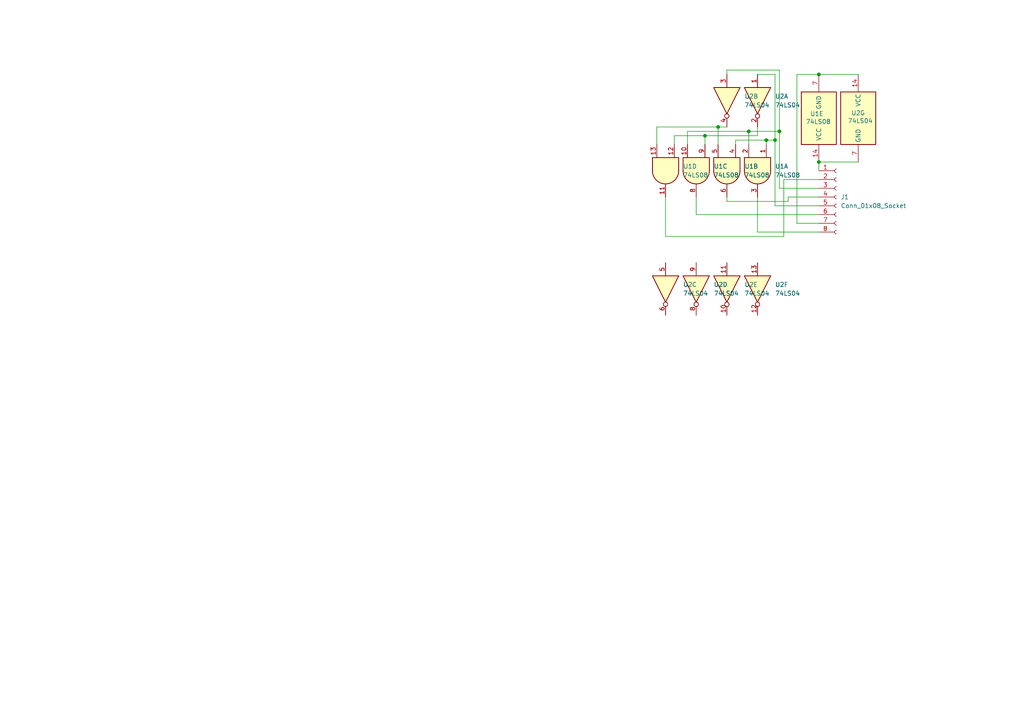
<source format=kicad_sch>
(kicad_sch (version 20250114) (generator "eeschema") (generator_version "9.0")
  (paper "A4")
  (lib_symbols
    (symbol "74xx:74LS04"
      (property "Reference" "U" (at 0 1.27 0))
      (property "Value" "74LS04" (at 0 -1.27 0))
      (symbol "74LS04_1_0"
        (polyline (pts (xy -3.81 3.81) (xy -3.81 -3.81) (xy 3.81 0) (xy -3.81 3.81)) (stroke (width 0.254)) (fill (type background)))
        (pin input line (at -7.62 0 0) (length 3.81) (name "~") (number "1"))
        (pin output inverted (at 7.62 0 180) (length 3.81) (name "~") (number "2"))
      )
      (symbol "74LS04_2_0"
        (polyline (pts (xy -3.81 3.81) (xy -3.81 -3.81) (xy 3.81 0) (xy -3.81 3.81)) (stroke (width 0.254)) (fill (type background)))
        (pin input line (at -7.62 0 0) (length 3.81) (name "~") (number "3"))
        (pin output inverted (at 7.62 0 180) (length 3.81) (name "~") (number "4"))
      )
      (symbol "74LS04_3_0"
        (polyline (pts (xy -3.81 3.81) (xy -3.81 -3.81) (xy 3.81 0) (xy -3.81 3.81)) (stroke (width 0.254)) (fill (type background)))
        (pin input line (at -7.62 0 0) (length 3.81) (name "~") (number "5"))
        (pin output inverted (at 7.62 0 180) (length 3.81) (name "~") (number "6"))
      )
      (symbol "74LS04_4_0"
        (polyline (pts (xy -3.81 3.81) (xy -3.81 -3.81) (xy 3.81 0) (xy -3.81 3.81)) (stroke (width 0.254)) (fill (type background)))
        (pin input line (at -7.62 0 0) (length 3.81) (name "~") (number "9"))
        (pin output inverted (at 7.62 0 180) (length 3.81) (name "~") (number "8"))
      )
      (symbol "74LS04_5_0"
        (polyline (pts (xy -3.81 3.81) (xy -3.81 -3.81) (xy 3.81 0) (xy -3.81 3.81)) (stroke (width 0.254)) (fill (type background)))
        (pin input line (at -7.62 0 0) (length 3.81) (name "~") (number "11"))
        (pin output inverted (at 7.62 0 180) (length 3.81) (name "~") (number "10"))
      )
      (symbol "74LS04_6_0"
        (polyline (pts (xy -3.81 3.81) (xy -3.81 -3.81) (xy 3.81 0) (xy -3.81 3.81)) (stroke (width 0.254)) (fill (type background)))
        (pin input line (at -7.62 0 0) (length 3.81) (name "~") (number "13"))
        (pin output inverted (at 7.62 0 180) (length 3.81) (name "~") (number "12"))
      )
      (symbol "74LS04_7_0"
        (pin power_in line (at 0 12.7 270) (length 5.08) (name "VCC") (number "14"))
        (pin power_in line (at 0 -12.7 90) (length 5.08) (name "GND") (number "7"))
      )
      (symbol "74LS04_7_1"
        (rectangle (start -5.08 7.62) (end 5.08 -7.62) (stroke (width 0.254)) (fill (type background)))
      )
    )
    (symbol "74xx:74LS08" (pin_names (offset 1.016))
      (property "Reference" "U" (at 0 1.27 0))
      (property "Value" "74LS08" (at 0 -1.27 0))
      (symbol "74LS08_1_1"
        (arc (start 0 3.81) (mid 3.7934 0) (end 0 -3.81) (stroke (width 0.254)) (fill (type background)))
        (polyline (pts (xy 0 3.81) (xy -3.81 3.81) (xy -3.81 -3.81) (xy 0 -3.81)) (stroke (width 0.254)) (fill (type background)))
        (pin input line (at -7.62 2.54 0) (length 3.81) (name "~") (number "1"))
        (pin input line (at -7.62 -2.54 0) (length 3.81) (name "~") (number "2"))
        (pin output line (at 7.62 0 180) (length 3.81) (name "~") (number "3"))
      )
      (symbol "74LS08_1_2"
        (arc (start -3.81 3.81) (mid -2.589 0) (end -3.81 -3.81) (stroke (width 0.254)))
        (polyline (pts (xy -3.81 3.81) (xy -0.635 3.81)) (stroke (width 0.254)) (fill (type background)))
        (polyline (pts (xy -3.81 -3.81) (xy -0.635 -3.81)) (stroke (width 0.254)) (fill (type background)))
        (arc (start 3.81 0) (mid 2.1855 -2.584) (end -0.6096 -3.81) (stroke (width 0.254)) (fill (type background)))
        (arc (start -0.6096 3.81) (mid 2.1928 2.5924) (end 3.81 0) (stroke (width 0.254)) (fill (type background)))
        (polyline (pts (xy -0.635 3.81) (xy -3.81 3.81) (xy -3.81 3.81) (xy -3.556 3.4036) (xy -3.0226 2.2606) (xy -2.6924 1.0414) (xy -2.6162 -0.254) (xy -2.7686 -1.4986) (xy -3.175 -2.7178) (xy -3.81 -3.81) (xy -3.81 -3.81) (xy -0.635 -3.81)) (stroke (width -25.4)) (fill (type background)))
        (pin input inverted (at -7.62 2.54 0) (length 4.318) (name "~") (number "1"))
        (pin input inverted (at -7.62 -2.54 0) (length 4.318) (name "~") (number "2"))
        (pin output inverted (at 7.62 0 180) (length 3.81) (name "~") (number "3"))
      )
      (symbol "74LS08_2_1"
        (arc (start 0 3.81) (mid 3.7934 0) (end 0 -3.81) (stroke (width 0.254)) (fill (type background)))
        (polyline (pts (xy 0 3.81) (xy -3.81 3.81) (xy -3.81 -3.81) (xy 0 -3.81)) (stroke (width 0.254)) (fill (type background)))
        (pin input line (at -7.62 2.54 0) (length 3.81) (name "~") (number "4"))
        (pin input line (at -7.62 -2.54 0) (length 3.81) (name "~") (number "5"))
        (pin output line (at 7.62 0 180) (length 3.81) (name "~") (number "6"))
      )
      (symbol "74LS08_2_2"
        (arc (start -3.81 3.81) (mid -2.589 0) (end -3.81 -3.81) (stroke (width 0.254)))
        (polyline (pts (xy -3.81 3.81) (xy -0.635 3.81)) (stroke (width 0.254)) (fill (type background)))
        (polyline (pts (xy -3.81 -3.81) (xy -0.635 -3.81)) (stroke (width 0.254)) (fill (type background)))
        (arc (start 3.81 0) (mid 2.1855 -2.584) (end -0.6096 -3.81) (stroke (width 0.254)) (fill (type background)))
        (arc (start -0.6096 3.81) (mid 2.1928 2.5924) (end 3.81 0) (stroke (width 0.254)) (fill (type background)))
        (polyline (pts (xy -0.635 3.81) (xy -3.81 3.81) (xy -3.81 3.81) (xy -3.556 3.4036) (xy -3.0226 2.2606) (xy -2.6924 1.0414) (xy -2.6162 -0.254) (xy -2.7686 -1.4986) (xy -3.175 -2.7178) (xy -3.81 -3.81) (xy -3.81 -3.81) (xy -0.635 -3.81)) (stroke (width -25.4)) (fill (type background)))
        (pin input inverted (at -7.62 2.54 0) (length 4.318) (name "~") (number "4"))
        (pin input inverted (at -7.62 -2.54 0) (length 4.318) (name "~") (number "5"))
        (pin output inverted (at 7.62 0 180) (length 3.81) (name "~") (number "6"))
      )
      (symbol "74LS08_3_1"
        (arc (start 0 3.81) (mid 3.7934 0) (end 0 -3.81) (stroke (width 0.254)) (fill (type background)))
        (polyline (pts (xy 0 3.81) (xy -3.81 3.81) (xy -3.81 -3.81) (xy 0 -3.81)) (stroke (width 0.254)) (fill (type background)))
        (pin input line (at -7.62 2.54 0) (length 3.81) (name "~") (number "9"))
        (pin input line (at -7.62 -2.54 0) (length 3.81) (name "~") (number "10"))
        (pin output line (at 7.62 0 180) (length 3.81) (name "~") (number "8"))
      )
      (symbol "74LS08_3_2"
        (arc (start -3.81 3.81) (mid -2.589 0) (end -3.81 -3.81) (stroke (width 0.254)))
        (polyline (pts (xy -3.81 3.81) (xy -0.635 3.81)) (stroke (width 0.254)) (fill (type background)))
        (polyline (pts (xy -3.81 -3.81) (xy -0.635 -3.81)) (stroke (width 0.254)) (fill (type background)))
        (arc (start 3.81 0) (mid 2.1855 -2.584) (end -0.6096 -3.81) (stroke (width 0.254)) (fill (type background)))
        (arc (start -0.6096 3.81) (mid 2.1928 2.5924) (end 3.81 0) (stroke (width 0.254)) (fill (type background)))
        (polyline (pts (xy -0.635 3.81) (xy -3.81 3.81) (xy -3.81 3.81) (xy -3.556 3.4036) (xy -3.0226 2.2606) (xy -2.6924 1.0414) (xy -2.6162 -0.254) (xy -2.7686 -1.4986) (xy -3.175 -2.7178) (xy -3.81 -3.81) (xy -3.81 -3.81) (xy -0.635 -3.81)) (stroke (width -25.4)) (fill (type background)))
        (pin input inverted (at -7.62 2.54 0) (length 4.318) (name "~") (number "9"))
        (pin input inverted (at -7.62 -2.54 0) (length 4.318) (name "~") (number "10"))
        (pin output inverted (at 7.62 0 180) (length 3.81) (name "~") (number "8"))
      )
      (symbol "74LS08_4_1"
        (arc (start 0 3.81) (mid 3.7934 0) (end 0 -3.81) (stroke (width 0.254)) (fill (type background)))
        (polyline (pts (xy 0 3.81) (xy -3.81 3.81) (xy -3.81 -3.81) (xy 0 -3.81)) (stroke (width 0.254)) (fill (type background)))
        (pin input line (at -7.62 2.54 0) (length 3.81) (name "~") (number "12"))
        (pin input line (at -7.62 -2.54 0) (length 3.81) (name "~") (number "13"))
        (pin output line (at 7.62 0 180) (length 3.81) (name "~") (number "11"))
      )
      (symbol "74LS08_4_2"
        (arc (start -3.81 3.81) (mid -2.589 0) (end -3.81 -3.81) (stroke (width 0.254)))
        (polyline (pts (xy -3.81 3.81) (xy -0.635 3.81)) (stroke (width 0.254)) (fill (type background)))
        (polyline (pts (xy -3.81 -3.81) (xy -0.635 -3.81)) (stroke (width 0.254)) (fill (type background)))
        (arc (start 3.81 0) (mid 2.1855 -2.584) (end -0.6096 -3.81) (stroke (width 0.254)) (fill (type background)))
        (arc (start -0.6096 3.81) (mid 2.1928 2.5924) (end 3.81 0) (stroke (width 0.254)) (fill (type background)))
        (polyline (pts (xy -0.635 3.81) (xy -3.81 3.81) (xy -3.81 3.81) (xy -3.556 3.4036) (xy -3.0226 2.2606) (xy -2.6924 1.0414) (xy -2.6162 -0.254) (xy -2.7686 -1.4986) (xy -3.175 -2.7178) (xy -3.81 -3.81) (xy -3.81 -3.81) (xy -0.635 -3.81)) (stroke (width -25.4)) (fill (type background)))
        (pin input inverted (at -7.62 2.54 0) (length 4.318) (name "~") (number "12"))
        (pin input inverted (at -7.62 -2.54 0) (length 4.318) (name "~") (number "13"))
        (pin output inverted (at 7.62 0 180) (length 3.81) (name "~") (number "11"))
      )
      (symbol "74LS08_5_0"
        (pin power_in line (at 0 12.7 270) (length 5.08) (name "VCC") (number "14"))
        (pin power_in line (at 0 -12.7 90) (length 5.08) (name "GND") (number "7"))
      )
      (symbol "74LS08_5_1"
        (rectangle (start -5.08 7.62) (end 5.08 -7.62) (stroke (width 0.254)) (fill (type background)))
      )
    )
    (symbol "Connector:Conn_01x08_Socket" (pin_names (offset 1.016) (hide yes))
      (property "Reference" "J" (at 0 10.16 0))
      (property "Value" "Conn_01x08_Socket" (at 0 -12.7 0))
      (symbol "Conn_01x08_Socket_1_1"
        (polyline (pts (xy -1.27 7.62) (xy -0.508 7.62)) (stroke (width 0.1524)))
        (polyline (pts (xy -1.27 5.08) (xy -0.508 5.08)) (stroke (width 0.1524)))
        (polyline (pts (xy -1.27 2.54) (xy -0.508 2.54)) (stroke (width 0.1524)))
        (polyline (pts (xy -1.27 0) (xy -0.508 0)) (stroke (width 0.1524)))
        (polyline (pts (xy -1.27 -2.54) (xy -0.508 -2.54)) (stroke (width 0.1524)))
        (polyline (pts (xy -1.27 -5.08) (xy -0.508 -5.08)) (stroke (width 0.1524)))
        (polyline (pts (xy -1.27 -7.62) (xy -0.508 -7.62)) (stroke (width 0.1524)))
        (polyline (pts (xy -1.27 -10.16) (xy -0.508 -10.16)) (stroke (width 0.1524)))
        (arc (start 0 7.112) (mid -0.5058 7.62) (end 0 8.128) (stroke (width 0.1524)))
        (arc (start 0 4.572) (mid -0.5058 5.08) (end 0 5.588) (stroke (width 0.1524)))
        (arc (start 0 2.032) (mid -0.5058 2.54) (end 0 3.048) (stroke (width 0.1524)))
        (arc (start 0 -0.508) (mid -0.5058 0) (end 0 0.508) (stroke (width 0.1524)))
        (arc (start 0 -3.048) (mid -0.5058 -2.54) (end 0 -2.032) (stroke (width 0.1524)))
        (arc (start 0 -5.588) (mid -0.5058 -5.08) (end 0 -4.572) (stroke (width 0.1524)))
        (arc (start 0 -8.128) (mid -0.5058 -7.62) (end 0 -7.112) (stroke (width 0.1524)))
        (arc (start 0 -10.668) (mid -0.5058 -10.16) (end 0 -9.652) (stroke (width 0.1524)))
        (pin passive line (at -5.08 7.62 0) (length 3.81) (name "Pin_1") (number "1"))
        (pin passive line (at -5.08 5.08 0) (length 3.81) (name "Pin_2") (number "2"))
        (pin passive line (at -5.08 2.54 0) (length 3.81) (name "Pin_3") (number "3"))
        (pin passive line (at -5.08 0 0) (length 3.81) (name "Pin_4") (number "4"))
        (pin passive line (at -5.08 -2.54 0) (length 3.81) (name "Pin_5") (number "5"))
        (pin passive line (at -5.08 -5.08 0) (length 3.81) (name "Pin_6") (number "6"))
        (pin passive line (at -5.08 -7.62 0) (length 3.81) (name "Pin_7") (number "7"))
        (pin passive line (at -5.08 -10.16 0) (length 3.81) (name "Pin_8") (number "8"))
      )
    )
  )
  (junction (at 237.49 21.59))
  (junction (at 222.25 40.64))
  (junction (at 224.79 40.64))
  (junction (at 204.47 39.37))
  (junction (at 217.17 38.1))
  (junction (at 237.49 46.99))
  (junction (at 208.28 36.83))
  (junction (at 226.06 38.1))
  (wire (pts (xy 237.49 21.59) (xy 248.92 21.59)))
  (wire (pts (xy 217.17 38.1) (xy 217.17 41.91)))
  (wire (pts (xy 228.6 58.42) (xy 228.6 57.15)))
  (wire (pts (xy 213.36 40.64) (xy 213.36 41.91)))
  (wire (pts (xy 193.04 68.58) (xy 227.33 68.58)))
  (wire (pts (xy 217.17 38.1) (xy 199.39 38.1)))
  (wire (pts (xy 219.71 67.31) (xy 237.49 67.31)))
  (wire (pts (xy 226.06 38.1) (xy 217.17 38.1)))
  (wire (pts (xy 237.49 46.99) (xy 248.92 46.99)))
  (wire (pts (xy 222.25 40.64) (xy 222.25 41.91)))
  (wire (pts (xy 231.14 21.59) (xy 231.14 64.77)))
  (wire (pts (xy 237.49 54.61) (xy 226.06 54.61)))
  (wire (pts (xy 201.93 57.15) (xy 201.93 62.23)))
  (wire (pts (xy 190.5 36.83) (xy 208.28 36.83)))
  (wire (pts (xy 219.71 39.37) (xy 204.47 39.37)))
  (wire (pts (xy 208.28 36.83) (xy 208.28 41.91)))
  (wire (pts (xy 237.49 46.99) (xy 237.49 49.53)))
  (wire (pts (xy 190.5 36.83) (xy 190.5 41.91)))
  (wire (pts (xy 199.39 38.1) (xy 199.39 41.91)))
  (wire (pts (xy 219.71 36.83) (xy 219.71 39.37)))
  (wire (pts (xy 195.58 39.37) (xy 195.58 41.91)))
  (wire (pts (xy 222.25 40.64) (xy 224.79 40.64)))
  (wire (pts (xy 227.33 52.07) (xy 237.49 52.07)))
  (wire (pts (xy 219.71 57.15) (xy 219.71 67.31)))
  (wire (pts (xy 204.47 39.37) (xy 204.47 41.91)))
  (wire (pts (xy 226.06 20.32) (xy 210.82 20.32)))
  (wire (pts (xy 224.79 40.64) (xy 224.79 59.69)))
  (wire (pts (xy 226.06 38.1) (xy 226.06 20.32)))
  (wire (pts (xy 210.82 20.32) (xy 210.82 21.59)))
  (wire (pts (xy 227.33 68.58) (xy 227.33 52.07)))
  (wire (pts (xy 210.82 57.15) (xy 210.82 58.42)))
  (wire (pts (xy 231.14 21.59) (xy 237.49 21.59)))
  (wire (pts (xy 231.14 64.77) (xy 237.49 64.77)))
  (wire (pts (xy 195.58 39.37) (xy 204.47 39.37)))
  (wire (pts (xy 226.06 38.1) (xy 226.06 54.61)))
  (wire (pts (xy 201.93 62.23) (xy 237.49 62.23)))
  (wire (pts (xy 210.82 58.42) (xy 228.6 58.42)))
  (wire (pts (xy 213.36 40.64) (xy 222.25 40.64)))
  (wire (pts (xy 210.82 36.83) (xy 208.28 36.83)))
  (wire (pts (xy 237.49 59.69) (xy 224.79 59.69)))
  (wire (pts (xy 224.79 40.64) (xy 224.79 21.59)))
  (wire (pts (xy 224.79 21.59) (xy 219.71 21.59)))
  (wire (pts (xy 228.6 57.15) (xy 237.49 57.15)))
  (wire (pts (xy 193.04 57.15) (xy 193.04 68.58)))
  (symbol (lib_id "74xx:74LS04") (at 219.71 83.82 270) (unit 6)
    (property "Reference" "U2" (at 224.79 82.5499 90) (effects (justify left)))
    (property "Value" "74LS04" (at 224.79 85.0899 90) (effects (justify left)))
    (property "Footprint" "Package_DIP:DIP-14_W7.62mm" (effects (hide yes)))
    (property "Datasheet" "http://www.ti.com/lit/gpn/sn74LS04" (effects (hide yes)))
    (property "Description" "Hex Inverter" (effects (hide yes)))
  )
  (symbol (lib_id "74xx:74LS04") (at 210.82 29.21 270) (unit 2)
    (property "Reference" "U2" (at 215.9 27.9399 90) (effects (justify left)))
    (property "Value" "74LS04" (at 215.9 30.4799 90) (effects (justify left)))
    (property "Footprint" "Package_DIP:DIP-14_W7.62mm" (effects (hide yes)))
    (property "Datasheet" "http://www.ti.com/lit/gpn/sn74LS04" (effects (hide yes)))
    (property "Description" "Hex Inverter" (effects (hide yes)))
  )
  (symbol (lib_id "74xx:74LS04") (at 193.04 83.82 270) (unit 3)
    (property "Reference" "U2" (at 198.12 82.5499 90) (effects (justify left)))
    (property "Value" "74LS04" (at 198.12 85.0899 90) (effects (justify left)))
    (property "Footprint" "Package_DIP:DIP-14_W7.62mm" (effects (hide yes)))
    (property "Datasheet" "http://www.ti.com/lit/gpn/sn74LS04" (effects (hide yes)))
    (property "Description" "Hex Inverter" (effects (hide yes)))
  )
  (symbol (lib_id "74xx:74LS04") (at 201.93 83.82 270) (unit 4)
    (property "Reference" "U2" (at 207.01 82.5499 90) (effects (justify left)))
    (property "Value" "74LS04" (at 207.01 85.0899 90) (effects (justify left)))
    (property "Footprint" "Package_DIP:DIP-14_W7.62mm" (effects (hide yes)))
    (property "Datasheet" "http://www.ti.com/lit/gpn/sn74LS04" (effects (hide yes)))
    (property "Description" "Hex Inverter" (effects (hide yes)))
  )
  (symbol (lib_id "74xx:74LS08") (at 210.82 49.53 270) (unit 2)
    (property "Reference" "U1" (at 215.9 48.2516 90) (effects (justify left)))
    (property "Value" "74LS08" (at 215.9 50.7916 90) (effects (justify left)))
    (property "Footprint" "Package_DIP:DIP-14_W7.62mm" (effects (hide yes)))
    (property "Datasheet" "http://www.ti.com/lit/gpn/sn74LS08" (effects (hide yes)))
    (property "Description" "Quad And2" (effects (hide yes)))
  )
  (symbol (lib_id "74xx:74LS04") (at 219.71 29.21 270) (unit 1)
    (property "Reference" "U2" (at 224.79 27.9399 90) (effects (justify left)))
    (property "Value" "74LS04" (at 224.79 30.4799 90) (effects (justify left)))
    (property "Footprint" "Package_DIP:DIP-14_W7.62mm" (effects (hide yes)))
    (property "Datasheet" "http://www.ti.com/lit/gpn/sn74LS04" (effects (hide yes)))
    (property "Description" "Hex Inverter" (effects (hide yes)))
  )
  (symbol (lib_id "74xx:74LS08") (at 219.71 49.53 270) (unit 1)
    (property "Reference" "U1" (at 224.79 48.2516 90) (effects (justify left)))
    (property "Value" "74LS08" (at 224.79 50.7916 90) (effects (justify left)))
    (property "Footprint" "Package_DIP:DIP-14_W7.62mm" (effects (hide yes)))
    (property "Datasheet" "http://www.ti.com/lit/gpn/sn74LS08" (effects (hide yes)))
    (property "Description" "Quad And2" (effects (hide yes)))
  )
  (symbol (lib_id "74xx:74LS08") (at 193.04 49.53 270) (unit 4)
    (property "Reference" "U1" (at 198.12 48.2516 90) (effects (justify left)))
    (property "Value" "74LS08" (at 198.12 50.7916 90) (effects (justify left)))
    (property "Footprint" "Package_DIP:DIP-14_W7.62mm" (effects (hide yes)))
    (property "Datasheet" "http://www.ti.com/lit/gpn/sn74LS08" (effects (hide yes)))
    (property "Description" "Quad And2" (effects (hide yes)))
  )
  (symbol (lib_id "74xx:74LS08") (at 237.49 34.29 180) (unit 5)
    (property "Reference" "U1" (at 234.95 33.02 0) (effects (justify right)))
    (property "Value" "74LS08" (at 233.68 35.306 0) (effects (justify right)))
    (property "Footprint" "Package_DIP:DIP-14_W7.62mm" (effects (hide yes)))
    (property "Datasheet" "http://www.ti.com/lit/gpn/sn74LS08" (effects (hide yes)))
    (property "Description" "Quad And2" (effects (hide yes)))
  )
  (symbol (lib_id "Connector:Conn_01x08_Socket") (at 242.57 57.15 0) (unit 1)
    (property "Reference" "J1" (at 243.84 57.1499 0) (effects (justify left)))
    (property "Value" "Conn_01x08_Socket" (at 243.84 59.6899 0) (effects (justify left)))
    (property "Footprint" "Connector_PinSocket_2.54mm:PinSocket_2x04_P2.54mm_Horizontal" (effects (hide yes)))
    (property "Description" "Generic connector, single row, 01x08, script generated" (effects (hide yes)))
  )
  (symbol (lib_id "74xx:74LS04") (at 248.92 34.29 0) (unit 7)
    (property "Reference" "U2" (at 246.888 32.766 0) (effects (justify left)))
    (property "Value" "74LS04" (at 245.872 35.052 0) (effects (justify left)))
    (property "Footprint" "Package_DIP:DIP-14_W7.62mm" (effects (hide yes)))
    (property "Datasheet" "http://www.ti.com/lit/gpn/sn74LS04" (effects (hide yes)))
    (property "Description" "Hex Inverter" (effects (hide yes)))
  )
  (symbol (lib_id "74xx:74LS08") (at 201.93 49.53 270) (unit 3)
    (property "Reference" "U1" (at 207.01 48.2516 90) (effects (justify left)))
    (property "Value" "74LS08" (at 207.01 50.7916 90) (effects (justify left)))
    (property "Footprint" "Package_DIP:DIP-14_W7.62mm" (effects (hide yes)))
    (property "Datasheet" "http://www.ti.com/lit/gpn/sn74LS08" (effects (hide yes)))
    (property "Description" "Quad And2" (effects (hide yes)))
  )
  (symbol (lib_id "74xx:74LS04") (at 210.82 83.82 270) (unit 5)
    (property "Reference" "U2" (at 215.9 82.5499 90) (effects (justify left)))
    (property "Value" "74LS04" (at 215.9 85.0899 90) (effects (justify left)))
    (property "Footprint" "Package_DIP:DIP-14_W7.62mm" (effects (hide yes)))
    (property "Datasheet" "http://www.ti.com/lit/gpn/sn74LS04" (effects (hide yes)))
    (property "Description" "Hex Inverter" (effects (hide yes)))
  )
)
</source>
